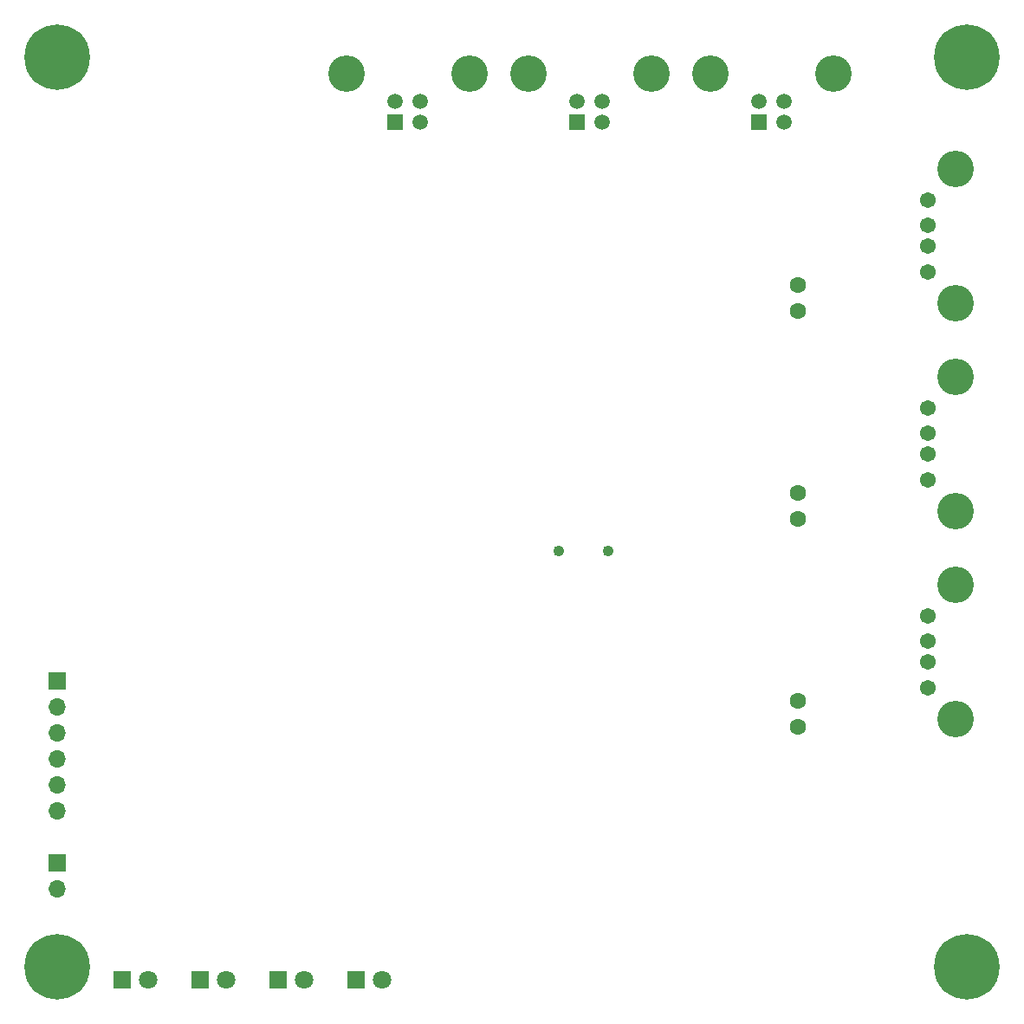
<source format=gbs>
%TF.GenerationSoftware,KiCad,Pcbnew,(5.1.10)-1*%
%TF.CreationDate,2021-10-03T21:41:51+02:00*%
%TF.ProjectId,MUXUS,4d555855-532e-46b6-9963-61645f706362,rev?*%
%TF.SameCoordinates,Original*%
%TF.FileFunction,Soldermask,Bot*%
%TF.FilePolarity,Negative*%
%FSLAX46Y46*%
G04 Gerber Fmt 4.6, Leading zero omitted, Abs format (unit mm)*
G04 Created by KiCad (PCBNEW (5.1.10)-1) date 2021-10-03 21:41:51*
%MOMM*%
%LPD*%
G01*
G04 APERTURE LIST*
%ADD10O,1.700000X1.700000*%
%ADD11R,1.700000X1.700000*%
%ADD12C,1.600000*%
%ADD13C,1.800000*%
%ADD14R,1.800000X1.800000*%
%ADD15C,6.400000*%
%ADD16C,0.800000*%
%ADD17R,1.500000X1.500000*%
%ADD18C,1.500000*%
%ADD19C,3.570000*%
%ADD20C,1.545000*%
%ADD21C,1.080000*%
G04 APERTURE END LIST*
D10*
X20320000Y-93980000D03*
X20320000Y-91440000D03*
X20320000Y-88900000D03*
X20320000Y-86360000D03*
X20320000Y-83820000D03*
D11*
X20320000Y-81280000D03*
D10*
X20320000Y-101600000D03*
D11*
X20320000Y-99060000D03*
D12*
X92710000Y-85725000D03*
X92710000Y-83225000D03*
X92710000Y-62905000D03*
X92710000Y-65405000D03*
X92710000Y-45085000D03*
X92710000Y-42585000D03*
D13*
X29210000Y-110490000D03*
D14*
X26670000Y-110490000D03*
X34290000Y-110490000D03*
D13*
X36830000Y-110490000D03*
X44450000Y-110490000D03*
D14*
X41910000Y-110490000D03*
X49530000Y-110490000D03*
D13*
X52070000Y-110490000D03*
D15*
X109220000Y-20320000D03*
D16*
X111620000Y-20320000D03*
X110917056Y-22017056D03*
X109220000Y-22720000D03*
X107522944Y-22017056D03*
X106820000Y-20320000D03*
X107522944Y-18622944D03*
X109220000Y-17920000D03*
X110917056Y-18622944D03*
X22017056Y-18622944D03*
X20320000Y-17920000D03*
X18622944Y-18622944D03*
X17920000Y-20320000D03*
X18622944Y-22017056D03*
X20320000Y-22720000D03*
X22017056Y-22017056D03*
X22720000Y-20320000D03*
D15*
X20320000Y-20320000D03*
D16*
X110917056Y-107522944D03*
X109220000Y-106820000D03*
X107522944Y-107522944D03*
X106820000Y-109220000D03*
X107522944Y-110917056D03*
X109220000Y-111620000D03*
X110917056Y-110917056D03*
X111620000Y-109220000D03*
D15*
X109220000Y-109220000D03*
X20320000Y-109220000D03*
D16*
X22720000Y-109220000D03*
X22017056Y-110917056D03*
X20320000Y-111620000D03*
X18622944Y-110917056D03*
X17920000Y-109220000D03*
X18622944Y-107522944D03*
X20320000Y-106820000D03*
X22017056Y-107522944D03*
D17*
X53340000Y-26670000D03*
D18*
X55840000Y-26670000D03*
X55840000Y-24670000D03*
X53340000Y-24670000D03*
D19*
X60610000Y-21960000D03*
X48570000Y-21960000D03*
X108120000Y-71845000D03*
X108120000Y-84985000D03*
D20*
X105410000Y-74915000D03*
X105410000Y-77415000D03*
X105410000Y-79415000D03*
X105410000Y-81915000D03*
D17*
X71120000Y-26670000D03*
D18*
X73620000Y-26670000D03*
X73620000Y-24670000D03*
X71120000Y-24670000D03*
D19*
X78390000Y-21960000D03*
X66350000Y-21960000D03*
D20*
X105410000Y-61595000D03*
X105410000Y-59095000D03*
X105410000Y-57095000D03*
X105410000Y-54595000D03*
D19*
X108120000Y-64665000D03*
X108120000Y-51525000D03*
D17*
X88900000Y-26670000D03*
D18*
X91400000Y-26670000D03*
X91400000Y-24670000D03*
X88900000Y-24670000D03*
D19*
X96170000Y-21960000D03*
X84130000Y-21960000D03*
D20*
X105410000Y-41275000D03*
X105410000Y-38775000D03*
X105410000Y-36775000D03*
X105410000Y-34275000D03*
D19*
X108120000Y-44345000D03*
X108120000Y-31205000D03*
D21*
X69315000Y-68580000D03*
X74195000Y-68580000D03*
M02*

</source>
